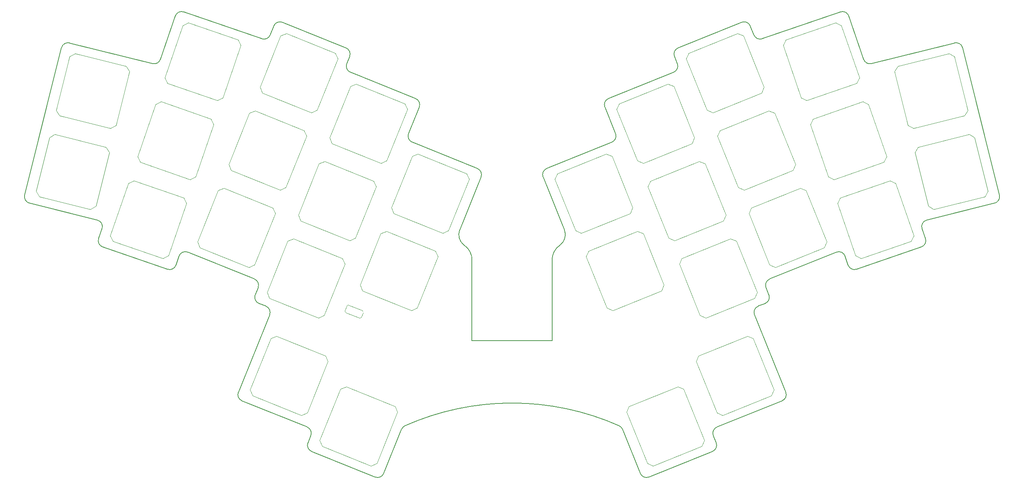
<source format=gbr>
%TF.GenerationSoftware,KiCad,Pcbnew,8.0.6-1.fc41*%
%TF.CreationDate,2024-11-30T14:56:56+11:00*%
%TF.ProjectId,katori-plate,6b61746f-7269-42d7-906c-6174652e6b69,0.1*%
%TF.SameCoordinates,Original*%
%TF.FileFunction,Profile,NP*%
%FSLAX46Y46*%
G04 Gerber Fmt 4.6, Leading zero omitted, Abs format (unit mm)*
G04 Created by KiCad (PCBNEW 8.0.6-1.fc41) date 2024-11-30 14:56:56*
%MOMM*%
%LPD*%
G01*
G04 APERTURE LIST*
%TA.AperFunction,Profile*%
%ADD10C,0.150000*%
%TD*%
%TA.AperFunction,Profile*%
%ADD11C,0.050000*%
%TD*%
%TA.AperFunction,Profile*%
%ADD12C,0.100000*%
%TD*%
G04 APERTURE END LIST*
D10*
X79821869Y-109343128D02*
X80531161Y-107283172D01*
X213227506Y-57804327D02*
X231020100Y-51677826D01*
X165425809Y-108382664D02*
G75*
G02*
X167309945Y-104720412I4019891J247664D01*
G01*
X202094925Y-148164575D02*
G75*
G02*
X202923762Y-146211810I1390775J561975D01*
G01*
X55608034Y-58753118D02*
X74499651Y-63463310D01*
X238112778Y-63463341D02*
X257004392Y-58753127D01*
X127107551Y-156754829D02*
G75*
G02*
X125154871Y-157583651I-1390751J561929D01*
G01*
X110690806Y-151739848D02*
G75*
G02*
X109861883Y-149787124I562194J1390948D01*
G01*
X110517484Y-148164575D02*
X109861927Y-149787142D01*
X238112778Y-63463341D02*
G75*
G02*
X236331620Y-62496234I-362878J1455441D01*
G01*
X164196977Y-87331788D02*
X179031924Y-81338077D01*
X46511765Y-95236222D02*
X61956869Y-99087119D01*
X208555880Y-54040500D02*
G75*
G02*
X210508595Y-54869368I561920J-1390800D01*
G01*
X187457556Y-157583676D02*
G75*
G02*
X185504888Y-156754815I-561856J1390876D01*
G01*
X119522755Y-65412293D02*
X134357701Y-71406024D01*
X53789703Y-59845668D02*
G75*
G02*
X55608020Y-58753175I1455297J-362732D01*
G01*
X211470090Y-120648995D02*
X218587611Y-138265503D01*
X231020100Y-51677826D02*
G75*
G02*
X232926735Y-52607778I488400J-1418174D01*
G01*
X187457556Y-157583676D02*
X201921634Y-151739836D01*
X230101076Y-106380745D02*
G75*
G02*
X232081227Y-107283191I562024J-1390455D01*
G01*
X214094823Y-114465497D02*
G75*
G02*
X214923654Y-112512766I1391377J561697D01*
G01*
X79685663Y-52607755D02*
G75*
G02*
X81592290Y-51677875I1418337J-488545D01*
G01*
X133580486Y-81338090D02*
X148415431Y-87331771D01*
X213227506Y-57804327D02*
G75*
G02*
X211348412Y-56947933I-488206J1418527D01*
G01*
X202923788Y-146211875D02*
X217758731Y-140218177D01*
X250377206Y-103287570D02*
X249600170Y-101030930D01*
X131945304Y-145906958D02*
G75*
G02*
X180667110Y-145906964I24360896J-54831942D01*
G01*
X118520580Y-59884368D02*
G75*
G02*
X119349464Y-61837048I-561780J-1390732D01*
G01*
X118693896Y-63459624D02*
X119349482Y-61837055D01*
X94853689Y-140218185D02*
X109688602Y-146211876D01*
X257004388Y-58753132D02*
G75*
G02*
X258822692Y-59845684I362912J-1455368D01*
G01*
X76280798Y-62496232D02*
X79685663Y-52607755D01*
X234697185Y-110273045D02*
G75*
G02*
X232790538Y-109343146I-488485J1418045D01*
G01*
X214923678Y-112512825D02*
X230101083Y-106380749D01*
X63165146Y-105194183D02*
G75*
G02*
X62235202Y-103287562I488954J1418583D01*
G01*
X211470091Y-120649030D02*
G75*
G02*
X212298914Y-118696254I1390909J561930D01*
G01*
X133580486Y-81338090D02*
G75*
G02*
X132751597Y-79385366I562114J1390890D01*
G01*
X82511366Y-106380744D02*
X97688733Y-112512816D01*
X102103826Y-54869368D02*
X101264032Y-56947948D01*
X163368127Y-89284459D02*
G75*
G02*
X164196965Y-87331760I1391173J561759D01*
G01*
X98690904Y-118040761D02*
G75*
G02*
X97861998Y-116088058I561796J1390761D01*
G01*
X45419216Y-93417896D02*
X53789703Y-59845668D01*
X97688733Y-112512816D02*
G75*
G02*
X98517553Y-114465461I-562033J-1390784D01*
G01*
X149244305Y-89284448D02*
X144406344Y-101258831D01*
X202750499Y-149787143D02*
G75*
G02*
X201921610Y-151739777I-1390799J-561857D01*
G01*
X165425809Y-108382664D02*
X165434042Y-126525335D01*
X212298938Y-118696314D02*
X213921526Y-118040769D01*
X110690806Y-151739848D02*
X125154856Y-157583689D01*
X163368130Y-89284470D02*
X168206086Y-101258848D01*
X234697185Y-110273045D02*
X249447275Y-105194175D01*
X178254705Y-71406021D02*
X193089649Y-65412306D01*
X94024827Y-138265493D02*
X101142323Y-120648988D01*
X100313479Y-118696322D02*
G75*
G02*
X101142298Y-120648978I-561779J-1390678D01*
G01*
X168209080Y-101257640D02*
G75*
G02*
X167309893Y-104720344I-2784380J-1125060D01*
G01*
X134357698Y-71406022D02*
G75*
G02*
X135186524Y-73358684I-561998J-1390778D01*
G01*
X127107543Y-156754826D02*
X131163550Y-146715854D01*
X193262976Y-61837038D02*
G75*
G02*
X194091799Y-59884302I1390824J561938D01*
G01*
X193262971Y-61837040D02*
X193918528Y-63459619D01*
X102103826Y-54869368D02*
G75*
G02*
X104056514Y-54040540I1390674J-561732D01*
G01*
X79821871Y-109343120D02*
G75*
G02*
X77915250Y-110273067I-1418471J488720D01*
G01*
X80531161Y-107283172D02*
G75*
G02*
X82511348Y-106380788I1418239J-488328D01*
G01*
X232081242Y-107283172D02*
X232790547Y-109343143D01*
X46511765Y-95236222D02*
G75*
G02*
X45419220Y-93417897I363035J1455522D01*
G01*
X214750392Y-116088061D02*
G75*
G02*
X213921515Y-118040742I-1390692J-561939D01*
G01*
X145305048Y-104718368D02*
G75*
G02*
X144406343Y-101258830I1882652J2335568D01*
G01*
X148415438Y-87331770D02*
G75*
G02*
X149244280Y-89284461I-561838J-1390730D01*
G01*
X250377206Y-103287570D02*
G75*
G02*
X249447259Y-105194127I-1418406J-488230D01*
G01*
X94853689Y-140218185D02*
G75*
G02*
X94024782Y-138265475I561611J1390685D01*
G01*
X63012252Y-101030909D02*
X62235227Y-103287571D01*
X98517602Y-114465481D02*
X97862033Y-116088072D01*
X218587604Y-138265513D02*
G75*
G02*
X217758714Y-140218134I-1390704J-561887D01*
G01*
X98690911Y-118040758D02*
X100313478Y-118696319D01*
X208555880Y-54040500D02*
X194091822Y-59884359D01*
X81592303Y-51677838D02*
X99384902Y-57804328D01*
X109688621Y-146211891D02*
G75*
G02*
X110517452Y-148164562I-561821J-1390709D01*
G01*
X180667109Y-145906965D02*
G75*
G02*
X181448886Y-146715843I-609009J-1370835D01*
G01*
X147187892Y-126522960D02*
X165434042Y-126525335D01*
X63165151Y-105194185D02*
X77915243Y-110273050D01*
X177425861Y-73358688D02*
G75*
G02*
X178254678Y-71405955I1390939J561888D01*
G01*
X214750392Y-116088061D02*
X214094823Y-114465497D01*
X202750499Y-149787143D02*
X202094937Y-148164568D01*
X119522752Y-65412299D02*
G75*
G02*
X118693875Y-63459616I561948J1390799D01*
G01*
X193918528Y-63459619D02*
G75*
G02*
X193089626Y-65412250I-1390728J-561881D01*
G01*
X211348390Y-56947942D02*
X210508590Y-54869370D01*
X177425874Y-73358705D02*
X179860783Y-79385406D01*
X132751641Y-79385384D02*
X135186563Y-73358700D01*
X76280798Y-62496232D02*
G75*
G02*
X74499641Y-63463352I-1418398J488532D01*
G01*
X147187892Y-108382682D02*
X147187892Y-126522960D01*
X249600180Y-101030918D02*
G75*
G02*
X250655556Y-99087020I1418120J488518D01*
G01*
X258822721Y-59845677D02*
X267193213Y-93417908D01*
X61956869Y-99087119D02*
G75*
G02*
X63012243Y-101030906I-363169J-1455581D01*
G01*
X181448863Y-146715852D02*
X185504871Y-156754822D01*
X179860783Y-79385406D02*
G75*
G02*
X179031901Y-81338021I-1390683J-561894D01*
G01*
X118520580Y-59884368D02*
X104056532Y-54040495D01*
X101264033Y-56947959D02*
G75*
G02*
X99384914Y-57804292I-1390633J561659D01*
G01*
X232926742Y-52607776D02*
X236331616Y-62496235D01*
X267193228Y-93417910D02*
G75*
G02*
X266100633Y-95236167I-1455328J-362890D01*
G01*
X250655573Y-99087090D02*
X266100644Y-95236213D01*
X145303765Y-104720416D02*
G75*
G02*
X147187892Y-108382682I-2135765J-3414584D01*
G01*
X131163550Y-146715854D02*
G75*
G02*
X131945298Y-145906945I1390850J-561946D01*
G01*
D11*
%TO.C,SW14*%
X108226590Y-99244176D02*
X107674012Y-97942385D01*
X108226590Y-99244176D02*
X119352796Y-103739455D01*
X112394056Y-86259869D02*
X107674012Y-97942385D01*
X113695846Y-85707291D02*
X112394056Y-86259869D01*
X120654586Y-103186877D02*
X119352796Y-103739455D01*
X120654586Y-103186877D02*
X125374630Y-91504361D01*
X124822052Y-90202570D02*
X113695846Y-85707291D01*
X125374630Y-91504361D02*
X124822052Y-90202570D01*
%TO.C,SW19*%
X224188932Y-77297657D02*
X224808882Y-76026570D01*
X224188932Y-77297657D02*
X228291090Y-89211191D01*
X228291090Y-89211191D02*
X229562177Y-89831142D01*
X229562177Y-89831142D02*
X240908400Y-85924324D01*
X236155105Y-72119752D02*
X224808882Y-76026570D01*
X236155105Y-72119752D02*
X237426192Y-72739703D01*
X240908400Y-85924324D02*
X241528350Y-84653237D01*
X241528350Y-84653237D02*
X237426192Y-72739703D01*
%TO.C,SW1*%
X53338665Y-75295474D02*
X52610291Y-74083257D01*
X53338665Y-75295474D02*
X64982214Y-78198537D01*
X55658507Y-61857531D02*
X52610291Y-74083257D01*
X56870724Y-61129157D02*
X55658507Y-61857531D01*
X66194431Y-77470163D02*
X64982214Y-78198537D01*
X66194431Y-77470163D02*
X69242647Y-65244437D01*
X68514273Y-64032220D02*
X56870724Y-61129157D01*
X69242647Y-65244437D02*
X68514273Y-64032220D01*
%TO.C,SW24*%
X194355318Y-109120864D02*
X194907896Y-107819073D01*
X194355318Y-109120864D02*
X199075362Y-120803380D01*
X199075362Y-120803380D02*
X200377152Y-121355958D01*
X200377152Y-121355958D02*
X211503358Y-116860679D01*
X206034102Y-103323794D02*
X194907896Y-107819073D01*
X206034102Y-103323794D02*
X207335892Y-103876372D01*
X211503358Y-116860679D02*
X212055936Y-115558888D01*
X212055936Y-115558888D02*
X207335892Y-103876372D01*
%TO.C,SW16*%
X173180077Y-107430145D02*
X177900121Y-119112661D01*
X173732655Y-106128354D02*
X173180077Y-107430145D01*
X179201911Y-119665239D02*
X177900121Y-119112661D01*
X179201911Y-119665239D02*
X190328117Y-115169960D01*
X184858861Y-101633075D02*
X173732655Y-106128354D01*
X186160651Y-102185653D02*
X184858861Y-101633075D01*
X190880695Y-113868169D02*
X186160651Y-102185653D01*
X190880695Y-113868169D02*
X190328117Y-115169960D01*
%TO.C,SW5*%
X129401830Y-97553452D02*
X128849252Y-96251661D01*
X129401830Y-97553452D02*
X140528036Y-102048731D01*
X133569296Y-84569145D02*
X128849252Y-96251661D01*
X134871086Y-84016567D02*
X133569296Y-84569145D01*
X141829826Y-101496153D02*
X140528036Y-102048731D01*
X141829826Y-101496153D02*
X146549870Y-89813637D01*
X145997292Y-88511846D02*
X134871086Y-84016567D01*
X146549870Y-89813637D02*
X145997292Y-88511846D01*
D12*
%TO.C,RESET1*%
X118506369Y-120139417D02*
X121567830Y-121376876D01*
X118723831Y-118663930D02*
X118311669Y-119684338D01*
X122022909Y-121182176D02*
X122434419Y-120163653D01*
X122237768Y-119707788D02*
X119178901Y-118469254D01*
X118506369Y-120139417D02*
G75*
G02*
X118311674Y-119684340I131488J325441D01*
G01*
X118723831Y-118663930D02*
G75*
G02*
X119178913Y-118469223I325430J-131439D01*
G01*
X122022909Y-121182176D02*
G75*
G02*
X121567834Y-121376865I-325440J131497D01*
G01*
X122237768Y-119707788D02*
G75*
G02*
X122432469Y-120162867I-131490J-325447D01*
G01*
D11*
%TO.C,SW22*%
X85271931Y-105339031D02*
X84719353Y-104037240D01*
X85271931Y-105339031D02*
X96398137Y-109834310D01*
X89439397Y-92354724D02*
X84719353Y-104037240D01*
X90741187Y-91802146D02*
X89439397Y-92354724D01*
X97699927Y-109281732D02*
X96398137Y-109834310D01*
X97699927Y-109281732D02*
X102419971Y-97599216D01*
X101867393Y-96297425D02*
X90741187Y-91802146D01*
X102419971Y-97599216D02*
X101867393Y-96297425D01*
%TO.C,SW28*%
X112556351Y-149257965D02*
X113108929Y-150559756D01*
X113108929Y-150559756D02*
X124235135Y-155055035D01*
X117276395Y-137575449D02*
X112556351Y-149257965D01*
X117276395Y-137575449D02*
X118578185Y-137022871D01*
X124235135Y-155055035D02*
X125536925Y-154502457D01*
X125536925Y-154502457D02*
X130256969Y-142819941D01*
X129704391Y-141518150D02*
X118578185Y-137022871D01*
X129704391Y-141518150D02*
X130256969Y-142819941D01*
%TO.C,SW17*%
X187237814Y-91504381D02*
X187790392Y-90202590D01*
X187237814Y-91504381D02*
X191957858Y-103186897D01*
X191957858Y-103186897D02*
X193259648Y-103739475D01*
X193259648Y-103739475D02*
X204385854Y-99244196D01*
X198916598Y-85707311D02*
X187790392Y-90202590D01*
X198916598Y-85707311D02*
X200218388Y-86259889D01*
X204385854Y-99244196D02*
X204938432Y-97942405D01*
X204938432Y-97942405D02*
X200218388Y-86259889D01*
%TO.C,SW9*%
X218003146Y-59332812D02*
X218623096Y-58061725D01*
X218003146Y-59332812D02*
X222105304Y-71246346D01*
X222105304Y-71246346D02*
X223376391Y-71866297D01*
X223376391Y-71866297D02*
X234722614Y-67959479D01*
X229969319Y-54154907D02*
X218623096Y-58061725D01*
X229969319Y-54154907D02*
X231240406Y-54774858D01*
X234722614Y-67959479D02*
X235342564Y-66688392D01*
X235342564Y-66688392D02*
X231240406Y-54774858D01*
%TO.C,SW11*%
X48742139Y-93731086D02*
X48013765Y-92518869D01*
X48742139Y-93731086D02*
X60385688Y-96634149D01*
X51061981Y-80293143D02*
X48013765Y-92518869D01*
X52274198Y-79564769D02*
X51061981Y-80293143D01*
X61597905Y-95905775D02*
X60385688Y-96634149D01*
X61597905Y-95905775D02*
X64646121Y-83680049D01*
X63917747Y-82467832D02*
X52274198Y-79564769D01*
X64646121Y-83680049D02*
X63917747Y-82467832D01*
%TO.C,SW3*%
X99506983Y-70106047D02*
X98954405Y-68804256D01*
X99506983Y-70106047D02*
X110633189Y-74601326D01*
X103674449Y-57121740D02*
X98954405Y-68804256D01*
X104976239Y-56569162D02*
X103674449Y-57121740D01*
X111934979Y-74048748D02*
X110633189Y-74601326D01*
X111934979Y-74048748D02*
X116655023Y-62366232D01*
X116102445Y-61064441D02*
X104976239Y-56569162D01*
X116655023Y-62366232D02*
X116102445Y-61064441D01*
%TO.C,SW20*%
X247966307Y-83680069D02*
X248694681Y-82467852D01*
X247966307Y-83680069D02*
X251014523Y-95905795D01*
X251014523Y-95905795D02*
X252226740Y-96634169D01*
X252226740Y-96634169D02*
X263870289Y-93731106D01*
X260338230Y-79564789D02*
X248694681Y-82467852D01*
X260338230Y-79564789D02*
X261550447Y-80293163D01*
X263870289Y-93731106D02*
X264598663Y-92518889D01*
X264598663Y-92518889D02*
X261550447Y-80293163D01*
%TO.C,SW7*%
X180120278Y-73887870D02*
X180672856Y-72586079D01*
X180120278Y-73887870D02*
X184840322Y-85570386D01*
X184840322Y-85570386D02*
X186142112Y-86122964D01*
X186142112Y-86122964D02*
X197268318Y-81627685D01*
X191799062Y-68090800D02*
X180672856Y-72586079D01*
X191799062Y-68090800D02*
X193100852Y-68643378D01*
X197268318Y-81627685D02*
X197820896Y-80325894D01*
X197820896Y-80325894D02*
X193100852Y-68643378D01*
%TO.C,SW8*%
X195957410Y-62366223D02*
X196509988Y-61064432D01*
X195957410Y-62366223D02*
X200677454Y-74048739D01*
X200677454Y-74048739D02*
X201979244Y-74601317D01*
X201979244Y-74601317D02*
X213105450Y-70106038D01*
X207636194Y-56569153D02*
X196509988Y-61064432D01*
X207636194Y-56569153D02*
X208937984Y-57121731D01*
X213105450Y-70106038D02*
X213658028Y-68804247D01*
X213658028Y-68804247D02*
X208937984Y-57121731D01*
%TO.C,SW6*%
X166062563Y-89813654D02*
X170782607Y-101496170D01*
X166615141Y-88511863D02*
X166062563Y-89813654D01*
X172084397Y-102048748D02*
X170782607Y-101496170D01*
X172084397Y-102048748D02*
X183210603Y-97553469D01*
X177741347Y-84016584D02*
X166615141Y-88511863D01*
X179043137Y-84569162D02*
X177741347Y-84016584D01*
X183763181Y-96251678D02*
X179043137Y-84569162D01*
X183763181Y-96251678D02*
X183210603Y-97553469D01*
%TO.C,SW10*%
X243369779Y-65244429D02*
X244098153Y-64032212D01*
X243369779Y-65244429D02*
X246417995Y-77470155D01*
X246417995Y-77470155D02*
X247630212Y-78198529D01*
X247630212Y-78198529D02*
X259273761Y-75295466D01*
X255741702Y-61129149D02*
X244098153Y-64032212D01*
X255741702Y-61129149D02*
X256953919Y-61857523D01*
X259273761Y-75295466D02*
X260002135Y-74083249D01*
X260002135Y-74083249D02*
X256953919Y-61857523D01*
%TO.C,SW15*%
X122284303Y-115169937D02*
X121731725Y-113868146D01*
X122284303Y-115169937D02*
X133410509Y-119665216D01*
X126451769Y-102185630D02*
X121731725Y-113868146D01*
X127753559Y-101633052D02*
X126451769Y-102185630D01*
X134712299Y-119112638D02*
X133410509Y-119665216D01*
X134712299Y-119112638D02*
X139432343Y-107430122D01*
X138879765Y-106128331D02*
X127753559Y-101633052D01*
X139432343Y-107430122D02*
X138879765Y-106128331D01*
%TO.C,SW30*%
X198192557Y-131298289D02*
X198745135Y-129996498D01*
X198192557Y-131298289D02*
X202912601Y-142980805D01*
X202912601Y-142980805D02*
X204214391Y-143533383D01*
X204214391Y-143533383D02*
X215340597Y-139038104D01*
X209871341Y-125501219D02*
X198745135Y-129996498D01*
X209871341Y-125501219D02*
X211173131Y-126053797D01*
X215340597Y-139038104D02*
X215893175Y-137736313D01*
X215893175Y-137736313D02*
X211173131Y-126053797D01*
%TO.C,SW2*%
X77889815Y-67959463D02*
X77269865Y-66688376D01*
X77889815Y-67959463D02*
X89236038Y-71866281D01*
X81372023Y-54774842D02*
X77269865Y-66688376D01*
X82643110Y-54154891D02*
X81372023Y-54774842D01*
X90507125Y-71246330D02*
X89236038Y-71866281D01*
X90507125Y-71246330D02*
X94609283Y-59332796D01*
X93989333Y-58061709D02*
X82643110Y-54154891D01*
X94609283Y-59332796D02*
X93989333Y-58061709D01*
%TO.C,SW29*%
X182355447Y-142819915D02*
X182908025Y-141518124D01*
X182355447Y-142819915D02*
X187075491Y-154502431D01*
X187075491Y-154502431D02*
X188377281Y-155055009D01*
X188377281Y-155055009D02*
X199503487Y-150559730D01*
X194034231Y-137022845D02*
X182908025Y-141518124D01*
X194034231Y-137022845D02*
X195336021Y-137575423D01*
X199503487Y-150559730D02*
X200056065Y-149257939D01*
X200056065Y-149257939D02*
X195336021Y-137575423D01*
%TO.C,SW21*%
X65518234Y-103889170D02*
X64898284Y-102618083D01*
X65518234Y-103889170D02*
X76864457Y-107795988D01*
X69000442Y-90704549D02*
X64898284Y-102618083D01*
X70271529Y-90084598D02*
X69000442Y-90704549D01*
X78135544Y-107176037D02*
X76864457Y-107795988D01*
X78135544Y-107176037D02*
X82237702Y-95262503D01*
X81617752Y-93991416D02*
X70271529Y-90084598D01*
X82237702Y-95262503D02*
X81617752Y-93991416D01*
%TO.C,SW18*%
X203074921Y-79982719D02*
X203627499Y-78680928D01*
X203074921Y-79982719D02*
X207794965Y-91665235D01*
X207794965Y-91665235D02*
X209096755Y-92217813D01*
X209096755Y-92217813D02*
X220222961Y-87722534D01*
X214753705Y-74185649D02*
X203627499Y-78680928D01*
X214753705Y-74185649D02*
X216055495Y-74738227D01*
X220222961Y-87722534D02*
X220775539Y-86420743D01*
X220775539Y-86420743D02*
X216055495Y-74738227D01*
%TO.C,SW27*%
X97271825Y-139038110D02*
X96719247Y-137736319D01*
X97271825Y-139038110D02*
X108398031Y-143533389D01*
X101439291Y-126053803D02*
X96719247Y-137736319D01*
X102741081Y-125501225D02*
X101439291Y-126053803D01*
X109699821Y-142980811D02*
X108398031Y-143533389D01*
X109699821Y-142980811D02*
X114419865Y-131298295D01*
X113867287Y-129996504D02*
X102741081Y-125501225D01*
X114419865Y-131298295D02*
X113867287Y-129996504D01*
%TO.C,SW23*%
X101109050Y-116860673D02*
X100556472Y-115558882D01*
X101109050Y-116860673D02*
X112235256Y-121355952D01*
X105276516Y-103876366D02*
X100556472Y-115558882D01*
X106578306Y-103323788D02*
X105276516Y-103876366D01*
X113537046Y-120803374D02*
X112235256Y-121355952D01*
X113537046Y-120803374D02*
X118257090Y-109120858D01*
X117704512Y-107819067D02*
X106578306Y-103323788D01*
X118257090Y-109120858D02*
X117704512Y-107819067D01*
%TO.C,SW13*%
X92389456Y-87722521D02*
X91836878Y-86420730D01*
X92389456Y-87722521D02*
X103515662Y-92217800D01*
X96556922Y-74738214D02*
X91836878Y-86420730D01*
X97858712Y-74185636D02*
X96556922Y-74738214D01*
X104817452Y-91665222D02*
X103515662Y-92217800D01*
X104817452Y-91665222D02*
X109537496Y-79982706D01*
X108984918Y-78680915D02*
X97858712Y-74185636D01*
X109537496Y-79982706D02*
X108984918Y-78680915D01*
%TO.C,SW26*%
X230374735Y-95262524D02*
X230994685Y-93991437D01*
X230374735Y-95262524D02*
X234476893Y-107176058D01*
X234476893Y-107176058D02*
X235747980Y-107796009D01*
X235747980Y-107796009D02*
X247094203Y-103889191D01*
X242340908Y-90084619D02*
X230994685Y-93991437D01*
X242340908Y-90084619D02*
X243611995Y-90704570D01*
X247094203Y-103889191D02*
X247714153Y-102618104D01*
X247714153Y-102618104D02*
X243611995Y-90704570D01*
%TO.C,SW12*%
X71704007Y-85924321D02*
X71084057Y-84653234D01*
X71704007Y-85924321D02*
X83050230Y-89831139D01*
X75186215Y-72739700D02*
X71084057Y-84653234D01*
X76457302Y-72119749D02*
X75186215Y-72739700D01*
X84321317Y-89211188D02*
X83050230Y-89831139D01*
X84321317Y-89211188D02*
X88423475Y-77297654D01*
X87803525Y-76026567D02*
X76457302Y-72119749D01*
X88423475Y-77297654D02*
X87803525Y-76026567D01*
%TO.C,SW4*%
X115344082Y-81627683D02*
X114791504Y-80325892D01*
X115344082Y-81627683D02*
X126470288Y-86122962D01*
X119511548Y-68643376D02*
X114791504Y-80325892D01*
X120813338Y-68090798D02*
X119511548Y-68643376D01*
X127772078Y-85570384D02*
X126470288Y-86122962D01*
X127772078Y-85570384D02*
X132492122Y-73887868D01*
X131939544Y-72586077D02*
X120813338Y-68090798D01*
X132492122Y-73887868D02*
X131939544Y-72586077D01*
%TO.C,SW25*%
X210192448Y-97599226D02*
X210745026Y-96297435D01*
X210192448Y-97599226D02*
X214912492Y-109281742D01*
X214912492Y-109281742D02*
X216214282Y-109834320D01*
X216214282Y-109834320D02*
X227340488Y-105339041D01*
X221871232Y-91802156D02*
X210745026Y-96297435D01*
X221871232Y-91802156D02*
X223173022Y-92354734D01*
X227340488Y-105339041D02*
X227893066Y-104037250D01*
X227893066Y-104037250D02*
X223173022Y-92354734D01*
%TD*%
M02*

</source>
